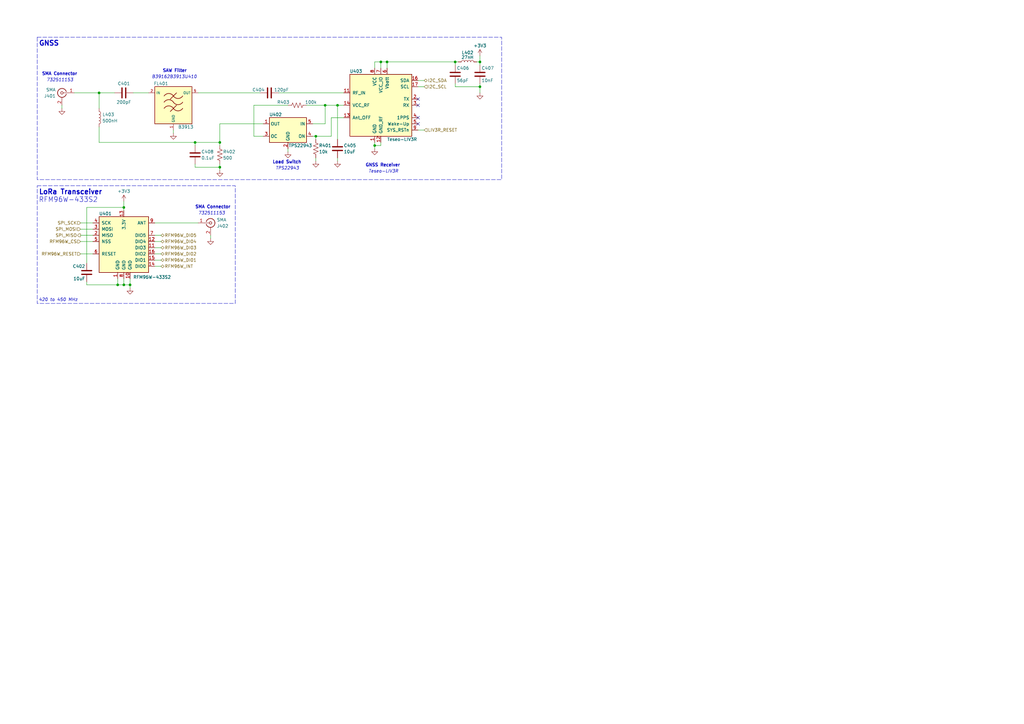
<source format=kicad_sch>
(kicad_sch (version 20230121) (generator eeschema)

  (uuid 25e87aab-0877-4568-a426-1d554c854643)

  (paper "A3")

  (title_block
    (title "MIDAS RF MK1.1")
    (date "2024-09-03")
    (rev "B")
    (company "Illinois Space Society")
    (comment 3 "Quinn Athas")
    (comment 4 "Contributors: Rishi Gottumukkala, Thomas McManamen, Peter Giannetos, Yubo Wu, ")
  )

  (lib_symbols
    (symbol "Connector:Conn_Coaxial" (pin_names (offset 1.016) hide) (in_bom yes) (on_board yes)
      (property "Reference" "J" (at 0.254 3.048 0)
        (effects (font (size 1.27 1.27)))
      )
      (property "Value" "Conn_Coaxial" (at 2.921 0 90)
        (effects (font (size 1.27 1.27)))
      )
      (property "Footprint" "" (at 0 0 0)
        (effects (font (size 1.27 1.27)) hide)
      )
      (property "Datasheet" " ~" (at 0 0 0)
        (effects (font (size 1.27 1.27)) hide)
      )
      (property "ki_keywords" "BNC SMA SMB SMC LEMO coaxial connector CINCH RCA" (at 0 0 0)
        (effects (font (size 1.27 1.27)) hide)
      )
      (property "ki_description" "coaxial connector (BNC, SMA, SMB, SMC, Cinch/RCA, LEMO, ...)" (at 0 0 0)
        (effects (font (size 1.27 1.27)) hide)
      )
      (property "ki_fp_filters" "*BNC* *SMA* *SMB* *SMC* *Cinch* *LEMO*" (at 0 0 0)
        (effects (font (size 1.27 1.27)) hide)
      )
      (symbol "Conn_Coaxial_0_1"
        (arc (start -1.778 -0.508) (mid 0.2311 -1.8066) (end 1.778 0)
          (stroke (width 0.254) (type default))
          (fill (type none))
        )
        (polyline
          (pts
            (xy -2.54 0)
            (xy -0.508 0)
          )
          (stroke (width 0) (type default))
          (fill (type none))
        )
        (polyline
          (pts
            (xy 0 -2.54)
            (xy 0 -1.778)
          )
          (stroke (width 0) (type default))
          (fill (type none))
        )
        (circle (center 0 0) (radius 0.508)
          (stroke (width 0.2032) (type default))
          (fill (type none))
        )
        (arc (start 1.778 0) (mid 0.2099 1.8101) (end -1.778 0.508)
          (stroke (width 0.254) (type default))
          (fill (type none))
        )
      )
      (symbol "Conn_Coaxial_1_1"
        (pin passive line (at -5.08 0 0) (length 2.54)
          (name "In" (effects (font (size 1.27 1.27))))
          (number "1" (effects (font (size 1.27 1.27))))
        )
        (pin passive line (at 0 -5.08 90) (length 2.54)
          (name "Ext" (effects (font (size 1.27 1.27))))
          (number "2" (effects (font (size 1.27 1.27))))
        )
      )
    )
    (symbol "D24V50F5:C" (pin_numbers hide) (pin_names (offset 0.254)) (in_bom yes) (on_board yes)
      (property "Reference" "C" (at 0.635 2.54 0)
        (effects (font (size 1.27 1.27)) (justify left))
      )
      (property "Value" "C" (at 0.635 -2.54 0)
        (effects (font (size 1.27 1.27)) (justify left))
      )
      (property "Footprint" "" (at 0.9652 -3.81 0)
        (effects (font (size 1.27 1.27)) hide)
      )
      (property "Datasheet" "~" (at 0 0 0)
        (effects (font (size 1.27 1.27)) hide)
      )
      (property "ki_keywords" "cap capacitor" (at 0 0 0)
        (effects (font (size 1.27 1.27)) hide)
      )
      (property "ki_description" "Unpolarized capacitor" (at 0 0 0)
        (effects (font (size 1.27 1.27)) hide)
      )
      (property "ki_fp_filters" "C_*" (at 0 0 0)
        (effects (font (size 1.27 1.27)) hide)
      )
      (symbol "C_0_1"
        (polyline
          (pts
            (xy -2.032 -0.762)
            (xy 2.032 -0.762)
          )
          (stroke (width 0.508) (type default))
          (fill (type none))
        )
        (polyline
          (pts
            (xy -2.032 0.762)
            (xy 2.032 0.762)
          )
          (stroke (width 0.508) (type default))
          (fill (type none))
        )
      )
      (symbol "C_1_1"
        (pin passive line (at 0 3.81 270) (length 2.794)
          (name "~" (effects (font (size 1.27 1.27))))
          (number "1" (effects (font (size 1.27 1.27))))
        )
        (pin passive line (at 0 -3.81 90) (length 2.794)
          (name "~" (effects (font (size 1.27 1.27))))
          (number "2" (effects (font (size 1.27 1.27))))
        )
      )
    )
    (symbol "Device:C" (pin_numbers hide) (pin_names (offset 0.254)) (in_bom yes) (on_board yes)
      (property "Reference" "C" (at 0.635 2.54 0)
        (effects (font (size 1.27 1.27)) (justify left))
      )
      (property "Value" "C" (at 0.635 -2.54 0)
        (effects (font (size 1.27 1.27)) (justify left))
      )
      (property "Footprint" "" (at 0.9652 -3.81 0)
        (effects (font (size 1.27 1.27)) hide)
      )
      (property "Datasheet" "~" (at 0 0 0)
        (effects (font (size 1.27 1.27)) hide)
      )
      (property "ki_keywords" "cap capacitor" (at 0 0 0)
        (effects (font (size 1.27 1.27)) hide)
      )
      (property "ki_description" "Unpolarized capacitor" (at 0 0 0)
        (effects (font (size 1.27 1.27)) hide)
      )
      (property "ki_fp_filters" "C_*" (at 0 0 0)
        (effects (font (size 1.27 1.27)) hide)
      )
      (symbol "C_0_1"
        (polyline
          (pts
            (xy -2.032 -0.762)
            (xy 2.032 -0.762)
          )
          (stroke (width 0.508) (type default))
          (fill (type none))
        )
        (polyline
          (pts
            (xy -2.032 0.762)
            (xy 2.032 0.762)
          )
          (stroke (width 0.508) (type default))
          (fill (type none))
        )
      )
      (symbol "C_1_1"
        (pin passive line (at 0 3.81 270) (length 2.794)
          (name "~" (effects (font (size 1.27 1.27))))
          (number "1" (effects (font (size 1.27 1.27))))
        )
        (pin passive line (at 0 -3.81 90) (length 2.794)
          (name "~" (effects (font (size 1.27 1.27))))
          (number "2" (effects (font (size 1.27 1.27))))
        )
      )
    )
    (symbol "Device:L" (pin_numbers hide) (pin_names (offset 1.016) hide) (in_bom yes) (on_board yes)
      (property "Reference" "L" (at -1.27 0 90)
        (effects (font (size 1.27 1.27)))
      )
      (property "Value" "L" (at 1.905 0 90)
        (effects (font (size 1.27 1.27)))
      )
      (property "Footprint" "" (at 0 0 0)
        (effects (font (size 1.27 1.27)) hide)
      )
      (property "Datasheet" "~" (at 0 0 0)
        (effects (font (size 1.27 1.27)) hide)
      )
      (property "ki_keywords" "inductor choke coil reactor magnetic" (at 0 0 0)
        (effects (font (size 1.27 1.27)) hide)
      )
      (property "ki_description" "Inductor" (at 0 0 0)
        (effects (font (size 1.27 1.27)) hide)
      )
      (property "ki_fp_filters" "Choke_* *Coil* Inductor_* L_*" (at 0 0 0)
        (effects (font (size 1.27 1.27)) hide)
      )
      (symbol "L_0_1"
        (arc (start 0 -2.54) (mid 0.6323 -1.905) (end 0 -1.27)
          (stroke (width 0) (type default))
          (fill (type none))
        )
        (arc (start 0 -1.27) (mid 0.6323 -0.635) (end 0 0)
          (stroke (width 0) (type default))
          (fill (type none))
        )
        (arc (start 0 0) (mid 0.6323 0.635) (end 0 1.27)
          (stroke (width 0) (type default))
          (fill (type none))
        )
        (arc (start 0 1.27) (mid 0.6323 1.905) (end 0 2.54)
          (stroke (width 0) (type default))
          (fill (type none))
        )
      )
      (symbol "L_1_1"
        (pin passive line (at 0 3.81 270) (length 1.27)
          (name "1" (effects (font (size 1.27 1.27))))
          (number "1" (effects (font (size 1.27 1.27))))
        )
        (pin passive line (at 0 -3.81 90) (length 1.27)
          (name "2" (effects (font (size 1.27 1.27))))
          (number "2" (effects (font (size 1.27 1.27))))
        )
      )
    )
    (symbol "Device:R_US" (pin_numbers hide) (pin_names (offset 0)) (in_bom yes) (on_board yes)
      (property "Reference" "R" (at 2.54 0 90)
        (effects (font (size 1.27 1.27)))
      )
      (property "Value" "R_US" (at -2.54 0 90)
        (effects (font (size 1.27 1.27)))
      )
      (property "Footprint" "" (at 1.016 -0.254 90)
        (effects (font (size 1.27 1.27)) hide)
      )
      (property "Datasheet" "~" (at 0 0 0)
        (effects (font (size 1.27 1.27)) hide)
      )
      (property "ki_keywords" "R res resistor" (at 0 0 0)
        (effects (font (size 1.27 1.27)) hide)
      )
      (property "ki_description" "Resistor, US symbol" (at 0 0 0)
        (effects (font (size 1.27 1.27)) hide)
      )
      (property "ki_fp_filters" "R_*" (at 0 0 0)
        (effects (font (size 1.27 1.27)) hide)
      )
      (symbol "R_US_0_1"
        (polyline
          (pts
            (xy 0 -2.286)
            (xy 0 -2.54)
          )
          (stroke (width 0) (type default))
          (fill (type none))
        )
        (polyline
          (pts
            (xy 0 2.286)
            (xy 0 2.54)
          )
          (stroke (width 0) (type default))
          (fill (type none))
        )
        (polyline
          (pts
            (xy 0 -0.762)
            (xy 1.016 -1.143)
            (xy 0 -1.524)
            (xy -1.016 -1.905)
            (xy 0 -2.286)
          )
          (stroke (width 0) (type default))
          (fill (type none))
        )
        (polyline
          (pts
            (xy 0 0.762)
            (xy 1.016 0.381)
            (xy 0 0)
            (xy -1.016 -0.381)
            (xy 0 -0.762)
          )
          (stroke (width 0) (type default))
          (fill (type none))
        )
        (polyline
          (pts
            (xy 0 2.286)
            (xy 1.016 1.905)
            (xy 0 1.524)
            (xy -1.016 1.143)
            (xy 0 0.762)
          )
          (stroke (width 0) (type default))
          (fill (type none))
        )
      )
      (symbol "R_US_1_1"
        (pin passive line (at 0 3.81 270) (length 1.27)
          (name "~" (effects (font (size 1.27 1.27))))
          (number "1" (effects (font (size 1.27 1.27))))
        )
        (pin passive line (at 0 -3.81 90) (length 1.27)
          (name "~" (effects (font (size 1.27 1.27))))
          (number "2" (effects (font (size 1.27 1.27))))
        )
      )
    )
    (symbol "RF_Filter_Qualcomm:B3913" (in_bom yes) (on_board yes)
      (property "Reference" "FL" (at -6.35 8.89 0)
        (effects (font (size 1.27 1.27)))
      )
      (property "Value" "B3913" (at 7.62 8.89 0)
        (effects (font (size 1.27 1.27)) (justify right))
      )
      (property "Footprint" "RF_Filter_Qualcomm:Qualcomm_SMD-6" (at 0 -21.59 0)
        (effects (font (size 1.27 1.27)) hide)
      )
      (property "Datasheet" "https://mm.digikey.com/Volume0/opasdata/d220001/medias/docus/4271/B39162B3913U410_DS.pdf" (at 0 -24.13 0)
        (effects (font (size 1.27 1.27)) hide)
      )
      (property "ki_keywords" "SAW RF filter GPS/GLONASS/Galileo Center 1588MHz Qualcomm" (at 0 0 0)
        (effects (font (size 1.27 1.27)) hide)
      )
      (property "ki_description" "SAW RF filter GPS/GLONASS/Galileo Center 1588MHz Qualcomm" (at 0 0 0)
        (effects (font (size 1.27 1.27)) hide)
      )
      (symbol "B3913_0_0"
        (rectangle (start -7.62 7.62) (end 7.62 -7.62)
          (stroke (width 0.254) (type default))
          (fill (type background))
        )
        (pin input line (at -10.16 5.08 0) (length 2.54)
          (name "IN" (effects (font (size 1.016 1.016))))
          (number "2" (effects (font (size 1.016 1.016))))
        )
        (pin output line (at 10.16 5.08 180) (length 2.54)
          (name "OUT" (effects (font (size 1.016 1.016))))
          (number "5" (effects (font (size 1.016 1.016))))
        )
      )
      (symbol "B3913_0_1"
        (arc (start 0 -1.2699) (mid -1.905 -0.2504) (end -3.81 -1.2699)
          (stroke (width 0.254) (type default))
          (fill (type none))
        )
        (arc (start 0 -1.2699) (mid 1.905 -2.2894) (end 3.81 -1.2699)
          (stroke (width 0.254) (type default))
          (fill (type none))
        )
        (polyline
          (pts
            (xy -1.27 -2.5399)
            (xy 1.27 0.0001)
          )
          (stroke (width 0.254) (type default))
          (fill (type none))
        )
        (polyline
          (pts
            (xy -1.27 2.5401)
            (xy 1.27 5.0801)
          )
          (stroke (width 0.254) (type default))
          (fill (type none))
        )
        (arc (start 0 1.2701) (mid -1.905 2.2896) (end -3.81 1.2701)
          (stroke (width 0.254) (type default))
          (fill (type none))
        )
        (arc (start 0 1.2701) (mid 1.905 0.2506) (end 3.81 1.2701)
          (stroke (width 0.254) (type default))
          (fill (type none))
        )
        (arc (start 0 3.8101) (mid -1.905 4.8296) (end -3.81 3.8101)
          (stroke (width 0.254) (type default))
          (fill (type none))
        )
        (arc (start 0 3.8101) (mid 1.905 2.7906) (end 3.81 3.8101)
          (stroke (width 0.254) (type default))
          (fill (type none))
        )
      )
      (symbol "B3913_1_0"
        (pin power_in line (at 0 -10.16 90) (length 2.54)
          (name "GND" (effects (font (size 1.016 1.016))))
          (number "1" (effects (font (size 1.016 1.016))))
        )
        (pin power_in line (at 0 -10.16 90) (length 2.54) hide
          (name "GND" (effects (font (size 1.016 1.016))))
          (number "3" (effects (font (size 1.016 1.016))))
        )
        (pin power_in line (at 0 -10.16 90) (length 2.54) hide
          (name "GND" (effects (font (size 1.016 1.016))))
          (number "4" (effects (font (size 1.016 1.016))))
        )
        (pin power_in line (at 0 -10.16 90) (length 2.54) hide
          (name "GND" (effects (font (size 1.016 1.016))))
          (number "6" (effects (font (size 1.016 1.016))))
        )
      )
    )
    (symbol "RF_GPS_ST:Teseo-LIV3R" (pin_names (offset 1.016)) (in_bom yes) (on_board yes)
      (property "Reference" "U" (at -12.065 14.605 0)
        (effects (font (size 1.27 1.27)))
      )
      (property "Value" "Teseo-LIV3R" (at 10.795 -13.97 0)
        (effects (font (size 1.27 1.27)))
      )
      (property "Footprint" "RF_GPS_ST:Teseo-LIV3R" (at 0 -22.86 0)
        (effects (font (size 1.27 1.27)) (justify bottom) hide)
      )
      (property "Datasheet" "https://www.st.com/resource/en/datasheet/teseo-liv3r.pdf" (at 0 -17.78 0)
        (effects (font (size 1.27 1.27)) hide)
      )
      (property "ki_keywords" "GNSS GPS Module ROM 100km 163 dBm tracking sensitivity 1.5 m CEP ST STMicroelectronics" (at 0 0 0)
        (effects (font (size 1.27 1.27)) hide)
      )
      (property "ki_description" "GNSS Module ROM 100km, 163 dBm tracking sensitivity, 1.5 m CEP ST" (at 0 0 0)
        (effects (font (size 1.27 1.27)) hide)
      )
      (symbol "Teseo-LIV3R_0_0"
        (rectangle (start -12.7 12.7) (end 12.7 -12.7)
          (stroke (width 0.254) (type default))
          (fill (type background))
        )
      )
      (symbol "Teseo-LIV3R_1_0"
        (pin power_in line (at 2.54 -15.24 90) (length 2.54)
          (name "GND" (effects (font (size 1.27 1.27))))
          (number "1" (effects (font (size 1.27 1.27))))
        )
        (pin power_in line (at 0 -15.24 90) (length 2.54) hide
          (name "GND_RF" (effects (font (size 1.27 1.27))))
          (number "10" (effects (font (size 1.27 1.27))))
        )
        (pin input line (at 15.24 5.08 180) (length 2.54)
          (name "RF_IN" (effects (font (size 1.27 1.27))))
          (number "11" (effects (font (size 1.27 1.27))))
        )
        (pin power_in line (at 0 -15.24 90) (length 2.54)
          (name "GND_RF" (effects (font (size 1.27 1.27))))
          (number "12" (effects (font (size 1.27 1.27))))
        )
        (pin output line (at 15.24 -5.08 180) (length 2.54)
          (name "Ant_OFF" (effects (font (size 1.27 1.27))))
          (number "13" (effects (font (size 1.27 1.27))))
        )
        (pin power_out line (at 15.24 0 180) (length 2.54)
          (name "VCC_RF" (effects (font (size 1.27 1.27))))
          (number "14" (effects (font (size 1.27 1.27))))
        )
        (pin no_connect line (at 15.24 -10.16 180) (length 2.54) hide
          (name "Reserved" (effects (font (size 1.27 1.27))))
          (number "15" (effects (font (size 1.27 1.27))))
        )
        (pin bidirectional line (at -15.24 10.16 0) (length 2.54)
          (name "SDA" (effects (font (size 1.27 1.27))))
          (number "16" (effects (font (size 1.27 1.27))))
        )
        (pin input line (at -15.24 7.62 0) (length 2.54)
          (name "SCL" (effects (font (size 1.27 1.27))))
          (number "17" (effects (font (size 1.27 1.27))))
        )
        (pin no_connect line (at 15.24 -10.16 180) (length 2.54) hide
          (name "Reserved" (effects (font (size 1.27 1.27))))
          (number "18" (effects (font (size 1.27 1.27))))
        )
        (pin output line (at -15.24 2.54 0) (length 2.54)
          (name "TX" (effects (font (size 1.27 1.27))))
          (number "2" (effects (font (size 1.27 1.27))))
        )
        (pin input line (at -15.24 0 0) (length 2.54)
          (name "RX" (effects (font (size 1.27 1.27))))
          (number "3" (effects (font (size 1.27 1.27))))
        )
        (pin output line (at -15.24 -5.08 0) (length 2.54)
          (name "1PPS" (effects (font (size 1.27 1.27))))
          (number "4" (effects (font (size 1.27 1.27))))
        )
        (pin input line (at -15.24 -7.62 0) (length 2.54)
          (name "Wake-Up" (effects (font (size 1.27 1.27))))
          (number "5" (effects (font (size 1.27 1.27))))
        )
        (pin power_in line (at -2.54 15.24 270) (length 2.54)
          (name "Vbatt" (effects (font (size 1.27 1.27))))
          (number "6" (effects (font (size 1.27 1.27))))
        )
        (pin power_in line (at 0 15.24 270) (length 2.54)
          (name "VCC_IO" (effects (font (size 1.27 1.27))))
          (number "7" (effects (font (size 1.27 1.27))))
        )
        (pin power_in line (at 2.54 15.24 270) (length 2.54)
          (name "VCC" (effects (font (size 1.27 1.27))))
          (number "8" (effects (font (size 1.27 1.27))))
        )
        (pin input line (at -15.24 -10.16 0) (length 2.54)
          (name "SYS_RSTn" (effects (font (size 1.27 1.27))))
          (number "9" (effects (font (size 1.27 1.27))))
        )
      )
    )
    (symbol "RF_Module:RFM96W-433S2" (pin_names (offset 1.016)) (in_bom yes) (on_board yes)
      (property "Reference" "U" (at -10.414 11.684 0)
        (effects (font (size 1.27 1.27)) (justify left))
      )
      (property "Value" "RFM96W-433S2" (at 1.524 11.43 0)
        (effects (font (size 1.27 1.27)) (justify left))
      )
      (property "Footprint" "" (at -83.82 41.91 0)
        (effects (font (size 1.27 1.27)) hide)
      )
      (property "Datasheet" "https://www.hoperf.com/data/upload/portal/20181127/5bfcc0ac60235.pdf" (at -83.82 41.91 0)
        (effects (font (size 1.27 1.27)) hide)
      )
      (property "ki_keywords" "Low power long range transceiver module" (at 0 0 0)
        (effects (font (size 1.27 1.27)) hide)
      )
      (property "ki_description" "Low power long range transceiver module, SPI and parallel interface, 433 MHz, spreading factor 6 to12, bandwidth 7.8 to 500kHz, -111 to -148 dBm, SMD-16, DIP-16" (at 0 0 0)
        (effects (font (size 1.27 1.27)) hide)
      )
      (property "ki_fp_filters" "HOPERF*RFM9XW*" (at 0 0 0)
        (effects (font (size 1.27 1.27)) hide)
      )
      (symbol "RFM96W-433S2_0_1"
        (rectangle (start -10.16 10.16) (end 10.16 -12.7)
          (stroke (width 0.254) (type default))
          (fill (type background))
        )
      )
      (symbol "RFM96W-433S2_1_1"
        (pin power_in line (at -2.54 -15.24 90) (length 2.54)
          (name "GND" (effects (font (size 1.27 1.27))))
          (number "1" (effects (font (size 1.27 1.27))))
        )
        (pin power_in line (at 2.54 -15.24 90) (length 2.54)
          (name "GND" (effects (font (size 1.27 1.27))))
          (number "10" (effects (font (size 1.27 1.27))))
        )
        (pin bidirectional line (at 12.7 -2.54 180) (length 2.54)
          (name "DIO3" (effects (font (size 1.27 1.27))))
          (number "11" (effects (font (size 1.27 1.27))))
        )
        (pin bidirectional line (at 12.7 0 180) (length 2.54)
          (name "DIO4" (effects (font (size 1.27 1.27))))
          (number "12" (effects (font (size 1.27 1.27))))
        )
        (pin power_in line (at 0 12.7 270) (length 2.54)
          (name "3.3V" (effects (font (size 1.27 1.27))))
          (number "13" (effects (font (size 1.27 1.27))))
        )
        (pin bidirectional line (at 12.7 -10.16 180) (length 2.54)
          (name "DIO0" (effects (font (size 1.27 1.27))))
          (number "14" (effects (font (size 1.27 1.27))))
        )
        (pin bidirectional line (at 12.7 -7.62 180) (length 2.54)
          (name "DIO1" (effects (font (size 1.27 1.27))))
          (number "15" (effects (font (size 1.27 1.27))))
        )
        (pin bidirectional line (at 12.7 -5.08 180) (length 2.54)
          (name "DIO2" (effects (font (size 1.27 1.27))))
          (number "16" (effects (font (size 1.27 1.27))))
        )
        (pin output line (at -12.7 2.54 0) (length 2.54)
          (name "MISO" (effects (font (size 1.27 1.27))))
          (number "2" (effects (font (size 1.27 1.27))))
        )
        (pin input line (at -12.7 5.08 0) (length 2.54)
          (name "MOSI" (effects (font (size 1.27 1.27))))
          (number "3" (effects (font (size 1.27 1.27))))
        )
        (pin input line (at -12.7 7.62 0) (length 2.54)
          (name "SCK" (effects (font (size 1.27 1.27))))
          (number "4" (effects (font (size 1.27 1.27))))
        )
        (pin input line (at -12.7 0 0) (length 2.54)
          (name "NSS" (effects (font (size 1.27 1.27))))
          (number "5" (effects (font (size 1.27 1.27))))
        )
        (pin bidirectional line (at -12.7 -5.08 0) (length 2.54)
          (name "RESET" (effects (font (size 1.27 1.27))))
          (number "6" (effects (font (size 1.27 1.27))))
        )
        (pin bidirectional line (at 12.7 2.54 180) (length 2.54)
          (name "DIO5" (effects (font (size 1.27 1.27))))
          (number "7" (effects (font (size 1.27 1.27))))
        )
        (pin power_in line (at 0 -15.24 90) (length 2.54)
          (name "GND" (effects (font (size 1.27 1.27))))
          (number "8" (effects (font (size 1.27 1.27))))
        )
        (pin bidirectional line (at 12.7 7.62 180) (length 2.54)
          (name "ANT" (effects (font (size 1.27 1.27))))
          (number "9" (effects (font (size 1.27 1.27))))
        )
      )
    )
    (symbol "Switch_Texas:TPS22943" (in_bom yes) (on_board yes)
      (property "Reference" "U" (at -6.35 6.35 0)
        (effects (font (size 1.27 1.27)))
      )
      (property "Value" "TPS22943" (at 6.35 -6.35 0)
        (effects (font (size 1.27 1.27)))
      )
      (property "Footprint" "Package_TO_SOT_SMD:SOT-353_SC-70-5" (at 1.27 -19.05 0)
        (effects (font (size 1.27 1.27)) hide)
      )
      (property "Datasheet" "https://www.ti.com/lit/gpn/tps22943" (at 0 -21.59 0)
        (effects (font (size 1.27 1.27)) hide)
      )
      (property "ki_keywords" "TPS22943 Load Switch" (at 0 0 0)
        (effects (font (size 1.27 1.27)) hide)
      )
      (property "ki_description" "Load switch with current limit and active high enable" (at 0 0 0)
        (effects (font (size 1.27 1.27)) hide)
      )
      (property "ki_fp_filters" "SOT?23*" (at 0 0 0)
        (effects (font (size 1.27 1.27)) hide)
      )
      (symbol "TPS22943_0_1"
        (rectangle (start -7.62 5.08) (end 7.62 -5.08)
          (stroke (width 0.254) (type default))
          (fill (type background))
        )
      )
      (symbol "TPS22943_1_1"
        (pin power_out line (at 10.16 2.54 180) (length 2.54)
          (name "OUT" (effects (font (size 1.27 1.27))))
          (number "1" (effects (font (size 1.27 1.27))))
        )
        (pin power_in line (at 0 -7.62 90) (length 2.54)
          (name "GND" (effects (font (size 1.27 1.27))))
          (number "2" (effects (font (size 1.27 1.27))))
        )
        (pin output line (at 10.16 -2.54 180) (length 2.54)
          (name "OC" (effects (font (size 1.27 1.27))))
          (number "3" (effects (font (size 1.27 1.27))))
        )
        (pin input line (at -10.16 -2.54 0) (length 2.54)
          (name "ON" (effects (font (size 1.27 1.27))))
          (number "4" (effects (font (size 1.27 1.27))))
        )
        (pin power_in line (at -10.16 2.54 0) (length 2.54)
          (name "IN" (effects (font (size 1.27 1.27))))
          (number "5" (effects (font (size 1.27 1.27))))
        )
      )
    )
    (symbol "power:+3V3" (power) (pin_names (offset 0)) (in_bom yes) (on_board yes)
      (property "Reference" "#PWR" (at 0 -3.81 0)
        (effects (font (size 1.27 1.27)) hide)
      )
      (property "Value" "+3V3" (at 0 3.556 0)
        (effects (font (size 1.27 1.27)))
      )
      (property "Footprint" "" (at 0 0 0)
        (effects (font (size 1.27 1.27)) hide)
      )
      (property "Datasheet" "" (at 0 0 0)
        (effects (font (size 1.27 1.27)) hide)
      )
      (property "ki_keywords" "global power" (at 0 0 0)
        (effects (font (size 1.27 1.27)) hide)
      )
      (property "ki_description" "Power symbol creates a global label with name \"+3V3\"" (at 0 0 0)
        (effects (font (size 1.27 1.27)) hide)
      )
      (symbol "+3V3_0_1"
        (polyline
          (pts
            (xy -0.762 1.27)
            (xy 0 2.54)
          )
          (stroke (width 0) (type default))
          (fill (type none))
        )
        (polyline
          (pts
            (xy 0 0)
            (xy 0 2.54)
          )
          (stroke (width 0) (type default))
          (fill (type none))
        )
        (polyline
          (pts
            (xy 0 2.54)
            (xy 0.762 1.27)
          )
          (stroke (width 0) (type default))
          (fill (type none))
        )
      )
      (symbol "+3V3_1_1"
        (pin power_in line (at 0 0 90) (length 0) hide
          (name "+3V3" (effects (font (size 1.27 1.27))))
          (number "1" (effects (font (size 1.27 1.27))))
        )
      )
    )
    (symbol "power:GND" (power) (pin_names (offset 0)) (in_bom yes) (on_board yes)
      (property "Reference" "#PWR" (at 0 -6.35 0)
        (effects (font (size 1.27 1.27)) hide)
      )
      (property "Value" "GND" (at 0 -3.81 0)
        (effects (font (size 1.27 1.27)))
      )
      (property "Footprint" "" (at 0 0 0)
        (effects (font (size 1.27 1.27)) hide)
      )
      (property "Datasheet" "" (at 0 0 0)
        (effects (font (size 1.27 1.27)) hide)
      )
      (property "ki_keywords" "global power" (at 0 0 0)
        (effects (font (size 1.27 1.27)) hide)
      )
      (property "ki_description" "Power symbol creates a global label with name \"GND\" , ground" (at 0 0 0)
        (effects (font (size 1.27 1.27)) hide)
      )
      (symbol "GND_0_1"
        (polyline
          (pts
            (xy 0 0)
            (xy 0 -1.27)
            (xy 1.27 -1.27)
            (xy 0 -2.54)
            (xy -1.27 -1.27)
            (xy 0 -1.27)
          )
          (stroke (width 0) (type default))
          (fill (type none))
        )
      )
      (symbol "GND_1_1"
        (pin power_in line (at 0 0 270) (length 0) hide
          (name "GND" (effects (font (size 1.27 1.27))))
          (number "1" (effects (font (size 1.27 1.27))))
        )
      )
    )
  )

  (junction (at 80.01 58.42) (diameter 0) (color 0 0 0 0)
    (uuid 024124bd-f62b-4706-9e7b-7ccac667dc00)
  )
  (junction (at 158.75 25.4) (diameter 0) (color 0 0 0 0)
    (uuid 090a6cb9-6d4a-4854-a20a-2c2732df7054)
  )
  (junction (at 50.8 116.84) (diameter 0) (color 0 0 0 0)
    (uuid 0ba13694-939c-4532-9187-4742aa17f50e)
  )
  (junction (at 129.54 55.88) (diameter 0) (color 0 0 0 0)
    (uuid 26005a38-f162-4073-ba40-12633c1923cb)
  )
  (junction (at 40.64 38.1) (diameter 0) (color 0 0 0 0)
    (uuid 3f3abba6-4f03-4574-85d5-af9f884ee059)
  )
  (junction (at 48.26 116.84) (diameter 0) (color 0 0 0 0)
    (uuid 6132ba98-10d2-46e9-8a75-37908c3d83cb)
  )
  (junction (at 90.17 58.42) (diameter 0) (color 0 0 0 0)
    (uuid 6d48f0bf-da13-407d-ac51-7f24006086e4)
  )
  (junction (at 50.8 85.09) (diameter 0) (color 0 0 0 0)
    (uuid 6ff050e2-fdb7-40da-a6c9-d93cbfc16d46)
  )
  (junction (at 196.85 25.4) (diameter 0) (color 0 0 0 0)
    (uuid 76866073-c301-47a5-a290-a8f9c9921380)
  )
  (junction (at 138.43 43.18) (diameter 0) (color 0 0 0 0)
    (uuid 81d330e2-15f6-436c-8ab4-806529c9e299)
  )
  (junction (at 133.35 43.18) (diameter 0) (color 0 0 0 0)
    (uuid 85989c1d-a237-4f00-86b1-e5f3427966fb)
  )
  (junction (at 153.67 59.69) (diameter 0) (color 0 0 0 0)
    (uuid 8ad7099c-ef57-4e2f-9c77-d4bc9af13d59)
  )
  (junction (at 90.17 68.58) (diameter 0) (color 0 0 0 0)
    (uuid 8f56bb10-b452-4370-aab8-ef4b21daa766)
  )
  (junction (at 156.21 25.4) (diameter 0) (color 0 0 0 0)
    (uuid a9b13e46-2f85-4e8a-805c-53976fd75c88)
  )
  (junction (at 196.85 35.56) (diameter 0) (color 0 0 0 0)
    (uuid d0c4325c-970e-4ab3-beec-4f9d644566d5)
  )
  (junction (at 53.34 116.84) (diameter 0) (color 0 0 0 0)
    (uuid f851b4d0-1fe9-4430-98c8-ff0cf3ffa95b)
  )
  (junction (at 186.69 25.4) (diameter 0) (color 0 0 0 0)
    (uuid f96cc8cc-ce3d-4daa-93da-bf626e2719bd)
  )

  (no_connect (at 171.45 48.26) (uuid 1e44f6a7-1fb4-44e2-8f15-236bce9aa898))
  (no_connect (at 171.45 43.18) (uuid 6c83b8ca-f50c-4bdf-9702-1f599c997f96))
  (no_connect (at 171.45 50.8) (uuid ad9112ad-e23c-45f6-bd99-717d6cd4a26f))
  (no_connect (at 171.45 40.64) (uuid b14df118-85a9-408a-8098-487c2b74a401))

  (wire (pts (xy 35.56 85.09) (xy 50.8 85.09))
    (stroke (width 0) (type default))
    (uuid 03087d76-77f1-441e-b954-9768bfde7810)
  )
  (wire (pts (xy 153.67 59.69) (xy 153.67 60.96))
    (stroke (width 0) (type default))
    (uuid 06f89051-9556-4821-9f18-ade0e598e1dc)
  )
  (wire (pts (xy 156.21 59.69) (xy 156.21 58.42))
    (stroke (width 0) (type default))
    (uuid 079c0b26-b7dc-4f6b-b5be-e33cb2783749)
  )
  (wire (pts (xy 196.85 25.4) (xy 195.58 25.4))
    (stroke (width 0) (type default))
    (uuid 0a99bfae-ac2e-4095-a01e-eb14597ae6fa)
  )
  (wire (pts (xy 107.95 55.88) (xy 104.14 55.88))
    (stroke (width 0) (type default))
    (uuid 0afe87e2-4017-4b9f-925f-1736ed5d3b3c)
  )
  (wire (pts (xy 63.5 109.22) (xy 66.04 109.22))
    (stroke (width 0) (type default))
    (uuid 0f4f4dd6-1e93-400f-9ebf-c53a5f9a105f)
  )
  (wire (pts (xy 138.43 66.04) (xy 138.43 64.77))
    (stroke (width 0) (type default))
    (uuid 16a7722a-1228-4b65-802a-5a6867901310)
  )
  (wire (pts (xy 50.8 85.09) (xy 50.8 86.36))
    (stroke (width 0) (type default))
    (uuid 1bcd572d-f1ea-4723-a50f-d4a0e0e53bf6)
  )
  (wire (pts (xy 114.3 38.1) (xy 140.97 38.1))
    (stroke (width 0) (type default))
    (uuid 25415565-3c25-453b-bdd7-8ef6d7b879e3)
  )
  (wire (pts (xy 48.26 116.84) (xy 50.8 116.84))
    (stroke (width 0) (type default))
    (uuid 25a2b644-a177-435c-9882-4ba7fee900fe)
  )
  (wire (pts (xy 86.36 96.52) (xy 86.36 97.79))
    (stroke (width 0) (type default))
    (uuid 2849c13f-74d0-4cf8-98db-d5b3e72362c5)
  )
  (wire (pts (xy 25.4 43.18) (xy 25.4 44.45))
    (stroke (width 0) (type default))
    (uuid 2aff4f09-ae1c-4859-9e98-7d776910f2f1)
  )
  (wire (pts (xy 80.01 58.42) (xy 90.17 58.42))
    (stroke (width 0) (type default))
    (uuid 2d033d34-c2ae-4432-aab9-24dca9f1f087)
  )
  (wire (pts (xy 50.8 82.55) (xy 50.8 85.09))
    (stroke (width 0) (type default))
    (uuid 2dd2bf80-3bef-4dd6-be01-85a0f8aefabb)
  )
  (wire (pts (xy 173.99 35.56) (xy 171.45 35.56))
    (stroke (width 0) (type default))
    (uuid 366e6c32-cbcb-4919-8d16-e86ab298eed1)
  )
  (wire (pts (xy 153.67 58.42) (xy 153.67 59.69))
    (stroke (width 0) (type default))
    (uuid 3efbca2a-7b1b-4c95-bcbb-b92e115bf088)
  )
  (wire (pts (xy 156.21 25.4) (xy 156.21 27.94))
    (stroke (width 0) (type default))
    (uuid 4276e03b-3454-41a0-8297-c704f2dd628d)
  )
  (wire (pts (xy 129.54 57.15) (xy 129.54 55.88))
    (stroke (width 0) (type default))
    (uuid 435a7dbd-651d-4822-b334-8eed4c16e5e0)
  )
  (wire (pts (xy 50.8 114.3) (xy 50.8 116.84))
    (stroke (width 0) (type default))
    (uuid 486d7c56-1775-47ae-baf3-54399d3ebb13)
  )
  (wire (pts (xy 63.5 96.52) (xy 66.04 96.52))
    (stroke (width 0) (type default))
    (uuid 498b33d2-8450-40ed-ab7e-f5fc4d39daa5)
  )
  (wire (pts (xy 158.75 25.4) (xy 158.75 27.94))
    (stroke (width 0) (type default))
    (uuid 4a38a4fa-f94f-4df1-8ab0-6aa645b90beb)
  )
  (wire (pts (xy 196.85 22.86) (xy 196.85 25.4))
    (stroke (width 0) (type default))
    (uuid 4dc93374-de5c-4827-8996-5f690841ee95)
  )
  (wire (pts (xy 63.5 104.14) (xy 66.04 104.14))
    (stroke (width 0) (type default))
    (uuid 50e7d98d-37e9-4fb9-be3c-68acfb88729f)
  )
  (wire (pts (xy 90.17 68.58) (xy 80.01 68.58))
    (stroke (width 0) (type default))
    (uuid 5c6346f8-19df-4195-81a7-ca009c52dcc5)
  )
  (wire (pts (xy 133.35 43.18) (xy 133.35 50.8))
    (stroke (width 0) (type default))
    (uuid 6059ab74-f9f0-40a3-a4c4-24cce71b1886)
  )
  (wire (pts (xy 63.5 91.44) (xy 81.28 91.44))
    (stroke (width 0) (type default))
    (uuid 61230c4b-42d4-4916-b248-0672e4717d6c)
  )
  (wire (pts (xy 33.02 104.14) (xy 38.1 104.14))
    (stroke (width 0) (type default))
    (uuid 63d82eec-2d08-48d2-ab36-42b9fbded041)
  )
  (wire (pts (xy 38.1 91.44) (xy 33.02 91.44))
    (stroke (width 0) (type default))
    (uuid 6721879f-574e-4b66-9ecd-a2487d72ceed)
  )
  (wire (pts (xy 63.5 106.68) (xy 66.04 106.68))
    (stroke (width 0) (type default))
    (uuid 686e5b7e-966a-442d-8a93-853d103be033)
  )
  (wire (pts (xy 186.69 34.29) (xy 186.69 35.56))
    (stroke (width 0) (type default))
    (uuid 693e52a5-cc09-4445-99fc-f2e86ea89685)
  )
  (wire (pts (xy 129.54 55.88) (xy 128.27 55.88))
    (stroke (width 0) (type default))
    (uuid 6d0c8da5-fdd8-4bc4-9d7b-4ef8127622f6)
  )
  (wire (pts (xy 153.67 27.94) (xy 153.67 25.4))
    (stroke (width 0) (type default))
    (uuid 703a33f6-86ff-4cde-ab54-c3785cd3e5d9)
  )
  (wire (pts (xy 40.64 58.42) (xy 80.01 58.42))
    (stroke (width 0) (type default))
    (uuid 79545e96-8c47-4944-bb02-1db9d0df9438)
  )
  (wire (pts (xy 135.89 48.26) (xy 135.89 55.88))
    (stroke (width 0) (type default))
    (uuid 79cd62cf-3f06-4dd5-ba2b-a707f2b9446e)
  )
  (wire (pts (xy 90.17 67.31) (xy 90.17 68.58))
    (stroke (width 0) (type default))
    (uuid 7a727292-1408-4cb2-b6dc-fe98af06db33)
  )
  (wire (pts (xy 138.43 43.18) (xy 140.97 43.18))
    (stroke (width 0) (type default))
    (uuid 7b3d8cd8-c5f3-41b7-aeb7-61a89f9baabd)
  )
  (wire (pts (xy 104.14 43.18) (xy 118.11 43.18))
    (stroke (width 0) (type default))
    (uuid 8d6bbb43-78da-4b37-9322-97047c0c722e)
  )
  (wire (pts (xy 125.73 43.18) (xy 133.35 43.18))
    (stroke (width 0) (type default))
    (uuid 8e14cabf-c6d7-4f14-b424-85b4743a20bd)
  )
  (wire (pts (xy 138.43 43.18) (xy 133.35 43.18))
    (stroke (width 0) (type default))
    (uuid 8e8f9fb6-121b-43fb-8410-b26982a41ff1)
  )
  (wire (pts (xy 40.64 44.45) (xy 40.64 38.1))
    (stroke (width 0) (type default))
    (uuid 947ba8ba-1e2c-4b32-ae09-bcdf2a4c5ef2)
  )
  (wire (pts (xy 173.99 53.34) (xy 171.45 53.34))
    (stroke (width 0) (type default))
    (uuid 9623c725-45cd-40ad-a5b8-35b2ede7add7)
  )
  (wire (pts (xy 138.43 43.18) (xy 138.43 57.15))
    (stroke (width 0) (type default))
    (uuid 974fc1bb-059a-4f3c-973f-57c8db0d0202)
  )
  (wire (pts (xy 48.26 114.3) (xy 48.26 116.84))
    (stroke (width 0) (type default))
    (uuid 99f95a07-5dfb-4781-96e5-4dbd26bc62ef)
  )
  (wire (pts (xy 80.01 68.58) (xy 80.01 67.31))
    (stroke (width 0) (type default))
    (uuid a0ea0c73-75ec-48d2-92db-886a1d14a9a1)
  )
  (wire (pts (xy 35.56 115.57) (xy 35.56 116.84))
    (stroke (width 0) (type default))
    (uuid a3726591-fdd7-4166-9e6a-ddbca6ec43d7)
  )
  (wire (pts (xy 187.96 25.4) (xy 186.69 25.4))
    (stroke (width 0) (type default))
    (uuid a6c344cf-1540-4900-a111-796bb3b7085f)
  )
  (wire (pts (xy 53.34 116.84) (xy 53.34 118.11))
    (stroke (width 0) (type default))
    (uuid a9be0391-c047-4fb5-bdc4-2a7290be3f52)
  )
  (wire (pts (xy 63.5 99.06) (xy 66.04 99.06))
    (stroke (width 0) (type default))
    (uuid aca21158-f4bb-4848-90e4-456754c603b4)
  )
  (wire (pts (xy 158.75 25.4) (xy 186.69 25.4))
    (stroke (width 0) (type default))
    (uuid acf8d9ae-5d1f-4e59-9a72-112997c27bde)
  )
  (wire (pts (xy 153.67 59.69) (xy 156.21 59.69))
    (stroke (width 0) (type default))
    (uuid aef9dc3c-5dfe-4208-8ef1-b32ea5e5e499)
  )
  (wire (pts (xy 33.02 93.98) (xy 38.1 93.98))
    (stroke (width 0) (type default))
    (uuid af9768ec-2622-451d-ab48-84b2b3b510c1)
  )
  (wire (pts (xy 90.17 58.42) (xy 90.17 50.8))
    (stroke (width 0) (type default))
    (uuid b8bde4c6-0707-4201-b43a-1b500388e6e6)
  )
  (wire (pts (xy 71.12 53.34) (xy 71.12 54.61))
    (stroke (width 0) (type default))
    (uuid bb369347-ad9a-4696-85b7-c04ce549efd8)
  )
  (wire (pts (xy 135.89 55.88) (xy 129.54 55.88))
    (stroke (width 0) (type default))
    (uuid bcca3e0a-a581-4517-9061-2d51bb77a024)
  )
  (wire (pts (xy 186.69 35.56) (xy 196.85 35.56))
    (stroke (width 0) (type default))
    (uuid bcdb43bb-ad00-4eb2-a329-3448ee1f4883)
  )
  (wire (pts (xy 90.17 69.85) (xy 90.17 68.58))
    (stroke (width 0) (type default))
    (uuid bdb21b33-4932-4115-acca-86c8ee08d292)
  )
  (wire (pts (xy 196.85 26.67) (xy 196.85 25.4))
    (stroke (width 0) (type default))
    (uuid bfc8c296-b70b-425f-8362-5539dabb1d88)
  )
  (wire (pts (xy 156.21 25.4) (xy 158.75 25.4))
    (stroke (width 0) (type default))
    (uuid c2e6ca1b-5e20-436a-9e19-1d4f403e8d29)
  )
  (wire (pts (xy 129.54 66.04) (xy 129.54 64.77))
    (stroke (width 0) (type default))
    (uuid c606947d-270c-432d-ac67-cf86328a9fd6)
  )
  (wire (pts (xy 196.85 34.29) (xy 196.85 35.56))
    (stroke (width 0) (type default))
    (uuid ca3fac8b-75ff-49e8-9fe0-a8c80f78bd5a)
  )
  (wire (pts (xy 135.89 48.26) (xy 140.97 48.26))
    (stroke (width 0) (type default))
    (uuid cd8ff9e9-3f33-4633-aad5-ada9b526fc05)
  )
  (wire (pts (xy 133.35 50.8) (xy 128.27 50.8))
    (stroke (width 0) (type default))
    (uuid d30ed44a-6af5-4fdc-919a-07abe8db1167)
  )
  (wire (pts (xy 48.26 116.84) (xy 35.56 116.84))
    (stroke (width 0) (type default))
    (uuid d73b0ea6-007b-49a8-b23d-1c0028b7b950)
  )
  (wire (pts (xy 173.99 33.02) (xy 171.45 33.02))
    (stroke (width 0) (type default))
    (uuid d9592345-ae1f-4e25-a09c-73fac73d452d)
  )
  (wire (pts (xy 54.61 38.1) (xy 60.96 38.1))
    (stroke (width 0) (type default))
    (uuid d97f5b32-0c6f-477f-afaf-5216ab34620b)
  )
  (wire (pts (xy 90.17 58.42) (xy 90.17 59.69))
    (stroke (width 0) (type default))
    (uuid dad4e812-cf45-4f0a-9ad0-b9a4f029de94)
  )
  (wire (pts (xy 186.69 26.67) (xy 186.69 25.4))
    (stroke (width 0) (type default))
    (uuid de9aab0f-ce5e-47f1-85dd-42c711a2f62e)
  )
  (wire (pts (xy 38.1 96.52) (xy 33.02 96.52))
    (stroke (width 0) (type default))
    (uuid dfbe2a81-1009-47cb-87e7-21406f233c2a)
  )
  (wire (pts (xy 104.14 55.88) (xy 104.14 43.18))
    (stroke (width 0) (type default))
    (uuid e06a5024-98ec-48e2-9aca-ad559c3c2229)
  )
  (wire (pts (xy 35.56 85.09) (xy 35.56 107.95))
    (stroke (width 0) (type default))
    (uuid e1b4464e-f3ab-446f-963c-19d2bd84211b)
  )
  (wire (pts (xy 30.48 38.1) (xy 40.64 38.1))
    (stroke (width 0) (type default))
    (uuid e2ab8a61-a8da-416f-8405-01c75c96a4ab)
  )
  (wire (pts (xy 196.85 35.56) (xy 196.85 38.1))
    (stroke (width 0) (type default))
    (uuid e322bba6-5fdb-4fa6-8833-2959c7916b7c)
  )
  (wire (pts (xy 40.64 38.1) (xy 46.99 38.1))
    (stroke (width 0) (type default))
    (uuid e64e35cb-3216-453d-a840-6e77100e172d)
  )
  (wire (pts (xy 80.01 58.42) (xy 80.01 59.69))
    (stroke (width 0) (type default))
    (uuid e6a92e68-ac48-4f1d-a691-10b4739360ca)
  )
  (wire (pts (xy 53.34 114.3) (xy 53.34 116.84))
    (stroke (width 0) (type default))
    (uuid e8e65ac6-294d-4151-a30b-66269e619ab0)
  )
  (wire (pts (xy 81.28 38.1) (xy 106.68 38.1))
    (stroke (width 0) (type default))
    (uuid e8ed48a2-43b8-4446-bbdb-992c90cf016a)
  )
  (wire (pts (xy 53.34 116.84) (xy 50.8 116.84))
    (stroke (width 0) (type default))
    (uuid ea77b7fb-4156-46d9-b022-ecf333ffa282)
  )
  (wire (pts (xy 33.02 99.06) (xy 38.1 99.06))
    (stroke (width 0) (type default))
    (uuid f02f9786-3cbb-41aa-843d-90d1ff5e4ce9)
  )
  (wire (pts (xy 63.5 101.6) (xy 66.04 101.6))
    (stroke (width 0) (type default))
    (uuid f0dfab15-0f8d-48c8-a2c8-b8f7e8edcada)
  )
  (wire (pts (xy 90.17 50.8) (xy 107.95 50.8))
    (stroke (width 0) (type default))
    (uuid f5cf58b8-1ac9-418d-b8ca-fa2c0e3c5e7b)
  )
  (wire (pts (xy 40.64 52.07) (xy 40.64 58.42))
    (stroke (width 0) (type default))
    (uuid f8835825-3afd-4e61-af67-efcf487b357f)
  )
  (wire (pts (xy 118.11 60.96) (xy 118.11 62.23))
    (stroke (width 0) (type default))
    (uuid f98c00db-3c9b-470c-b277-cbbcb6c2b061)
  )
  (wire (pts (xy 153.67 25.4) (xy 156.21 25.4))
    (stroke (width 0) (type default))
    (uuid fa74fcdb-6957-450b-9b2b-d9f49c17a001)
  )

  (rectangle (start 15.24 15.24) (end 205.74 73.66)
    (stroke (width 0) (type dash))
    (fill (type none))
    (uuid 5195dd94-171b-4968-af71-a2db014a63cf)
  )
  (rectangle (start 15.24 76.2) (end 96.52 124.46)
    (stroke (width 0) (type dash))
    (fill (type none))
    (uuid 6915261c-03c5-4467-ac98-26f5f3ec1b57)
  )

  (text "732511153" (at 81.28 88.265 0)
    (effects (font (size 1.27 1.27) italic) (justify left bottom))
    (uuid 05e009ee-88e7-4a6c-a86d-dfb84e4731c4)
  )
  (text "GNSS Receiver" (at 149.86 68.58 0)
    (effects (font (size 1.27 1.27) (thickness 0.254) bold) (justify left bottom))
    (uuid 0df42b13-7613-46cc-b352-73875d61cf7e)
  )
  (text "B39162B3913U410" (at 62.23 32.385 0)
    (effects (font (size 1.27 1.27) italic) (justify left bottom))
    (uuid 1b2d2a9f-4b62-489c-9442-0e9b588a3be9)
  )
  (text "SAW Filter" (at 66.675 29.845 0)
    (effects (font (size 1.27 1.27) (thickness 0.254) bold) (justify left bottom))
    (uuid 1ce9693c-ad4e-4b3a-afb8-e00c3d81d8e8)
  )
  (text "TPS22943" (at 113.03 69.85 0)
    (effects (font (size 1.27 1.27) italic) (justify left bottom))
    (uuid 30457cf4-4258-4d53-ae58-f987dac328e1)
  )
  (text "SMA Connector" (at 17.145 31.115 0)
    (effects (font (size 1.27 1.27) (thickness 0.254) bold) (justify left bottom))
    (uuid 56389be7-80ad-47f7-8913-3b7cb3d4e502)
  )
  (text "SMA Connector" (at 80.01 85.725 0)
    (effects (font (size 1.27 1.27) (thickness 0.254) bold) (justify left bottom))
    (uuid 82126412-fb72-4941-8f36-37527d099bcd)
  )
  (text "Load Switch" (at 111.76 67.31 0)
    (effects (font (size 1.27 1.27) (thickness 0.254) bold) (justify left bottom))
    (uuid ae908e9f-1d60-40b2-b079-6b55e19c6471)
  )
  (text "LoRa Transceiver" (at 15.875 80.01 0)
    (effects (font (size 2 2) bold) (justify left bottom))
    (uuid af25d519-adef-44dc-a2ed-dbaf49763b6d)
  )
  (text "Teseo-LIV3R" (at 151.13 71.12 0)
    (effects (font (size 1.27 1.27) italic) (justify left bottom))
    (uuid af32de1a-6ca5-4081-b44e-0138c971f6c3)
  )
  (text "732511153" (at 19.05 33.655 0)
    (effects (font (size 1.27 1.27) italic) (justify left bottom))
    (uuid bd5c4ecf-0e7a-4a4d-b5cb-6e1b097bec4a)
  )
  (text "420 to 450 MHz" (at 15.875 123.825 0)
    (effects (font (size 1.27 1.27) italic) (justify left bottom))
    (uuid d8ed3f7e-746f-4fad-9a8c-5ad279ca163b)
  )
  (text "RFM96W-433S2" (at 15.875 83.185 0)
    (effects (font (size 2 2)) (justify left bottom))
    (uuid ec32ab69-6d59-4eb3-a6d5-c44836ee38a2)
  )
  (text "GNSS" (at 15.875 19.05 0)
    (effects (font (size 2 2) (thickness 0.4) bold) (justify left bottom))
    (uuid ee8e7161-24c7-4c08-9c06-67a989244598)
  )

  (hierarchical_label "RFM96W_DI02" (shape bidirectional) (at 66.04 104.14 0) (fields_autoplaced)
    (effects (font (size 1.27 1.27)) (justify left))
    (uuid 3b73e381-001c-45b5-ab53-e38d474c348c)
  )
  (hierarchical_label "I2C_SCL" (shape input) (at 173.99 35.56 0) (fields_autoplaced)
    (effects (font (size 1.27 1.27)) (justify left))
    (uuid 3e6bfd3e-bb18-466e-9105-62dec4051aa1)
  )
  (hierarchical_label "SPI_MOSI" (shape input) (at 33.02 93.98 180) (fields_autoplaced)
    (effects (font (size 1.27 1.27)) (justify right))
    (uuid 41728ad6-ea12-4b4b-9513-e5600a62f429)
  )
  (hierarchical_label "LIV3R_RESET" (shape input) (at 173.99 53.34 0) (fields_autoplaced)
    (effects (font (size 1.27 1.27)) (justify left))
    (uuid 652e7f3f-7a5e-4c14-ad8a-fe355824bb11)
  )
  (hierarchical_label "RFM96W_CS" (shape input) (at 33.02 99.06 180) (fields_autoplaced)
    (effects (font (size 1.27 1.27)) (justify right))
    (uuid 67d4fc99-31d0-4f52-9bb8-81255ebc1a02)
  )
  (hierarchical_label "RFM96W_DI03" (shape bidirectional) (at 66.04 101.6 0) (fields_autoplaced)
    (effects (font (size 1.27 1.27)) (justify left))
    (uuid 6af73990-1d4c-4796-81dc-974236762603)
  )
  (hierarchical_label "RFM96W_DI05" (shape bidirectional) (at 66.04 96.52 0) (fields_autoplaced)
    (effects (font (size 1.27 1.27)) (justify left))
    (uuid 86c40e53-39a8-482d-9bd0-294e80dedeb6)
  )
  (hierarchical_label "SPI_MISO" (shape output) (at 33.02 96.52 180) (fields_autoplaced)
    (effects (font (size 1.27 1.27)) (justify right))
    (uuid b775e72a-7783-43fe-95db-62ce19414aaa)
  )
  (hierarchical_label "RFM96W_DI04" (shape bidirectional) (at 66.04 99.06 0) (fields_autoplaced)
    (effects (font (size 1.27 1.27)) (justify left))
    (uuid d38ff814-fa9a-4383-a626-c2d5bfca7007)
  )
  (hierarchical_label "RFM96W_INT" (shape bidirectional) (at 66.04 109.22 0) (fields_autoplaced)
    (effects (font (size 1.27 1.27)) (justify left))
    (uuid ddb55a79-4efe-4a04-91e5-7e705aa465bd)
  )
  (hierarchical_label "SPI_SCK" (shape input) (at 33.02 91.44 180) (fields_autoplaced)
    (effects (font (size 1.27 1.27)) (justify right))
    (uuid e310c62f-ec4b-460d-a42e-b135f6016f5b)
  )
  (hierarchical_label "RFM96W_DI01" (shape bidirectional) (at 66.04 106.68 0) (fields_autoplaced)
    (effects (font (size 1.27 1.27)) (justify left))
    (uuid ed7e88d3-cd4f-4d10-b0f5-a39366aa21d7)
  )
  (hierarchical_label "I2C_SDA" (shape bidirectional) (at 173.99 33.02 0) (fields_autoplaced)
    (effects (font (size 1.27 1.27)) (justify left))
    (uuid f19fc675-3cbb-4123-b38a-461008ff1919)
  )
  (hierarchical_label "RFM96W_RESET" (shape input) (at 33.02 104.14 180) (fields_autoplaced)
    (effects (font (size 1.27 1.27)) (justify right))
    (uuid f61882b3-e9bc-4147-866e-b028f437161e)
  )

  (symbol (lib_id "Device:C") (at 186.69 30.48 0) (mirror y) (unit 1)
    (in_bom yes) (on_board yes) (dnp no)
    (uuid 056bfbf1-eeb6-49ac-838b-fa4af3416067)
    (property "Reference" "C406" (at 187.325 27.94 0)
      (effects (font (size 1.27 1.27)) (justify right))
    )
    (property "Value" "56pF" (at 187.325 33.02 0)
      (effects (font (size 1.27 1.27)) (justify right))
    )
    (property "Footprint" "Capacitor_SMD:C_0603_1608Metric" (at 185.7248 34.29 0)
      (effects (font (size 1.27 1.27)) hide)
    )
    (property "Datasheet" "~" (at 186.69 30.48 0)
      (effects (font (size 1.27 1.27)) hide)
    )
    (pin "1" (uuid 4d778492-26e1-4830-9167-300721eff2fd))
    (pin "2" (uuid 9d58fc3b-dd9c-4ab8-b9d3-f5f743ffa2ba))
    (instances
      (project "MIDAS-MK1.1"
        (path "/6007cf46-4651-4a02-8f98-d5846f3575c7/1f8badf0-4271-4f49-9799-d79e3356c3ac"
          (reference "C406") (unit 1)
        )
      )
    )
  )

  (symbol (lib_id "power:GND") (at 53.34 118.11 0) (unit 1)
    (in_bom yes) (on_board yes) (dnp no)
    (uuid 086f3125-4570-48be-b4b8-9e31e755ae82)
    (property "Reference" "#PWR0403" (at 53.34 124.46 0)
      (effects (font (size 1.27 1.27)) hide)
    )
    (property "Value" "GND" (at 53.34 121.92 0)
      (effects (font (size 1.27 1.27)) hide)
    )
    (property "Footprint" "" (at 53.34 118.11 0)
      (effects (font (size 1.27 1.27)) hide)
    )
    (property "Datasheet" "" (at 53.34 118.11 0)
      (effects (font (size 1.27 1.27)) hide)
    )
    (pin "1" (uuid a6b02c60-7444-43f0-875f-b2f8a4cd4b86))
    (instances
      (project "MIDAS-MK1.1"
        (path "/6007cf46-4651-4a02-8f98-d5846f3575c7/1f8badf0-4271-4f49-9799-d79e3356c3ac"
          (reference "#PWR0403") (unit 1)
        )
      )
    )
  )

  (symbol (lib_id "Device:C") (at 196.85 30.48 0) (mirror y) (unit 1)
    (in_bom yes) (on_board yes) (dnp no)
    (uuid 14ff4e69-d595-47ce-958f-6c6a8f103063)
    (property "Reference" "C407" (at 197.485 27.94 0)
      (effects (font (size 1.27 1.27)) (justify right))
    )
    (property "Value" "10nF" (at 197.485 33.02 0)
      (effects (font (size 1.27 1.27)) (justify right))
    )
    (property "Footprint" "Capacitor_SMD:C_0603_1608Metric" (at 195.8848 34.29 0)
      (effects (font (size 1.27 1.27)) hide)
    )
    (property "Datasheet" "~" (at 196.85 30.48 0)
      (effects (font (size 1.27 1.27)) hide)
    )
    (pin "1" (uuid 59bb5250-1015-423b-b9da-064bfa2b8c6d))
    (pin "2" (uuid 07c6dd69-61a1-4c6d-977e-884d09df52e2))
    (instances
      (project "MIDAS-MK1.1"
        (path "/6007cf46-4651-4a02-8f98-d5846f3575c7/1f8badf0-4271-4f49-9799-d79e3356c3ac"
          (reference "C407") (unit 1)
        )
      )
    )
  )

  (symbol (lib_id "power:+3V3") (at 50.8 82.55 0) (mirror y) (unit 1)
    (in_bom yes) (on_board yes) (dnp no) (fields_autoplaced)
    (uuid 16fe11a9-4ea0-4339-8f3c-9bf8ba710588)
    (property "Reference" "#PWR0402" (at 50.8 86.36 0)
      (effects (font (size 1.27 1.27)) hide)
    )
    (property "Value" "+3V3" (at 50.8 78.4169 0)
      (effects (font (size 1.27 1.27)))
    )
    (property "Footprint" "" (at 50.8 82.55 0)
      (effects (font (size 1.27 1.27)) hide)
    )
    (property "Datasheet" "" (at 50.8 82.55 0)
      (effects (font (size 1.27 1.27)) hide)
    )
    (pin "1" (uuid 0514279e-89c4-4e1c-8984-7f2232cb99bb))
    (instances
      (project "MIDAS-MK1.1"
        (path "/6007cf46-4651-4a02-8f98-d5846f3575c7/1f8badf0-4271-4f49-9799-d79e3356c3ac"
          (reference "#PWR0402") (unit 1)
        )
      )
    )
  )

  (symbol (lib_id "Connector:Conn_Coaxial") (at 25.4 38.1 0) (mirror y) (unit 1)
    (in_bom yes) (on_board yes) (dnp no)
    (uuid 290ec0bb-3f90-489c-af6b-af8780223544)
    (property "Reference" "J401" (at 22.86 39.37 0)
      (effects (font (size 1.27 1.27)) (justify left))
    )
    (property "Value" "SMA" (at 22.86 36.83 0)
      (effects (font (size 1.27 1.27)) (justify left))
    )
    (property "Footprint" "Connector_Coaxial:SMA_Molex_73251-2120_EdgeMount_Horizontal" (at 25.4 38.1 0)
      (effects (font (size 1.27 1.27)) hide)
    )
    (property "Datasheet" "https://www.molex.com/en-us/products/part-detail/0732512120?display=pdf" (at 25.4 38.1 0)
      (effects (font (size 1.27 1.27)) hide)
    )
    (pin "1" (uuid 46bd61d3-7a84-455a-8353-1d35b4ee285a))
    (pin "2" (uuid 83e6a4aa-0128-4397-ba7a-6052087a2c3d))
    (instances
      (project "MIDAS-MK1.1"
        (path "/6007cf46-4651-4a02-8f98-d5846f3575c7/1f8badf0-4271-4f49-9799-d79e3356c3ac"
          (reference "J401") (unit 1)
        )
      )
    )
  )

  (symbol (lib_id "power:GND") (at 129.54 66.04 0) (unit 1)
    (in_bom yes) (on_board yes) (dnp no)
    (uuid 35240a96-fcf7-4962-ab06-0054c124f3ab)
    (property "Reference" "#PWR0404" (at 129.54 72.39 0)
      (effects (font (size 1.27 1.27)) hide)
    )
    (property "Value" "GND" (at 129.54 69.85 0)
      (effects (font (size 1.27 1.27)) hide)
    )
    (property "Footprint" "" (at 129.54 66.04 0)
      (effects (font (size 1.27 1.27)) hide)
    )
    (property "Datasheet" "" (at 129.54 66.04 0)
      (effects (font (size 1.27 1.27)) hide)
    )
    (pin "1" (uuid 859d6b34-ea0f-4451-8942-0aa05f3470ad))
    (instances
      (project "MIDAS-MK1.1"
        (path "/6007cf46-4651-4a02-8f98-d5846f3575c7/1f8badf0-4271-4f49-9799-d79e3356c3ac"
          (reference "#PWR0404") (unit 1)
        )
      )
    )
  )

  (symbol (lib_id "RF_Filter_Qualcomm:B3913") (at 71.12 43.18 0) (unit 1)
    (in_bom yes) (on_board yes) (dnp no)
    (uuid 36afcec2-41f7-4c49-958e-d11dc76567b0)
    (property "Reference" "FL401" (at 66.04 34.29 0)
      (effects (font (size 1.27 1.27)))
    )
    (property "Value" "B3913" (at 76.2 52.07 0)
      (effects (font (size 1.27 1.27)))
    )
    (property "Footprint" "RF_Filter_Qualcomm:Qualcomm_SMD-6" (at 71.12 64.77 0)
      (effects (font (size 1.27 1.27)) hide)
    )
    (property "Datasheet" "https://mm.digikey.com/Volume0/opasdata/d220001/medias/docus/4271/B39162B3913U410_DS.pdf" (at 71.12 67.31 0)
      (effects (font (size 1.27 1.27)) hide)
    )
    (pin "2" (uuid d7a37e38-8521-4bc1-b12d-5e00e6bc0752))
    (pin "5" (uuid f80a7c6f-af77-48df-9b13-4a4626fe7e5a))
    (pin "1" (uuid e00d63eb-4b70-411a-b635-b0d849d71c1b))
    (pin "3" (uuid 4bf014e1-b707-43e8-b66d-f7fb2250e780))
    (pin "4" (uuid 4a3ec267-3b38-4bd7-8676-0f7fab1f1018))
    (pin "6" (uuid 6b0037ff-70f0-4bc1-9775-08bc868b7ba9))
    (instances
      (project "MIDAS-MK1.1"
        (path "/6007cf46-4651-4a02-8f98-d5846f3575c7/1f8badf0-4271-4f49-9799-d79e3356c3ac"
          (reference "FL401") (unit 1)
        )
      )
    )
  )

  (symbol (lib_id "power:GND") (at 153.67 60.96 0) (unit 1)
    (in_bom yes) (on_board yes) (dnp no)
    (uuid 3bc5745d-9a65-4389-8914-7d837f0001df)
    (property "Reference" "#PWR0409" (at 153.67 67.31 0)
      (effects (font (size 1.27 1.27)) hide)
    )
    (property "Value" "GND" (at 153.67 64.77 0)
      (effects (font (size 1.27 1.27)) hide)
    )
    (property "Footprint" "" (at 153.67 60.96 0)
      (effects (font (size 1.27 1.27)) hide)
    )
    (property "Datasheet" "" (at 153.67 60.96 0)
      (effects (font (size 1.27 1.27)) hide)
    )
    (pin "1" (uuid da9113fb-8879-4a60-b929-79702619057d))
    (instances
      (project "MIDAS-MK1.1"
        (path "/6007cf46-4651-4a02-8f98-d5846f3575c7/1f8badf0-4271-4f49-9799-d79e3356c3ac"
          (reference "#PWR0409") (unit 1)
        )
      )
    )
  )

  (symbol (lib_id "power:GND") (at 25.4 44.45 0) (unit 1)
    (in_bom yes) (on_board yes) (dnp no)
    (uuid 452e24a0-9da6-431d-9d28-80b1ebdf75ad)
    (property "Reference" "#PWR0401" (at 25.4 50.8 0)
      (effects (font (size 1.27 1.27)) hide)
    )
    (property "Value" "GND" (at 25.4 48.26 0)
      (effects (font (size 1.27 1.27)) hide)
    )
    (property "Footprint" "" (at 25.4 44.45 0)
      (effects (font (size 1.27 1.27)) hide)
    )
    (property "Datasheet" "" (at 25.4 44.45 0)
      (effects (font (size 1.27 1.27)) hide)
    )
    (pin "1" (uuid 7fa5eed6-3c24-4ee6-8722-6d9fe45086eb))
    (instances
      (project "MIDAS-MK1.1"
        (path "/6007cf46-4651-4a02-8f98-d5846f3575c7/1f8badf0-4271-4f49-9799-d79e3356c3ac"
          (reference "#PWR0401") (unit 1)
        )
      )
    )
  )

  (symbol (lib_id "Device:L") (at 191.77 25.4 270) (mirror x) (unit 1)
    (in_bom yes) (on_board yes) (dnp no)
    (uuid 49362a98-03ee-4428-82e8-c9ba86ff9792)
    (property "Reference" "L402" (at 191.77 21.59 90)
      (effects (font (size 1.27 1.27)))
    )
    (property "Value" "27nH" (at 191.77 23.495 90)
      (effects (font (size 1.27 1.27)))
    )
    (property "Footprint" "Inductor_SMD:L_0603_1608Metric" (at 191.77 25.4 0)
      (effects (font (size 1.27 1.27)) hide)
    )
    (property "Datasheet" "~" (at 191.77 25.4 0)
      (effects (font (size 1.27 1.27)) hide)
    )
    (pin "1" (uuid 08387226-c677-44b1-8b54-34b0cfc61098))
    (pin "2" (uuid cc2933ff-6e84-4ef8-8947-dde7dd34068a))
    (instances
      (project "MIDAS-MK1.1"
        (path "/6007cf46-4651-4a02-8f98-d5846f3575c7/1f8badf0-4271-4f49-9799-d79e3356c3ac"
          (reference "L402") (unit 1)
        )
      )
    )
  )

  (symbol (lib_id "power:GND") (at 118.11 62.23 0) (unit 1)
    (in_bom yes) (on_board yes) (dnp no)
    (uuid 54e9a7eb-6251-4940-b2a1-b60fc1105bc3)
    (property "Reference" "#PWR0405" (at 118.11 68.58 0)
      (effects (font (size 1.27 1.27)) hide)
    )
    (property "Value" "GND" (at 118.11 66.04 0)
      (effects (font (size 1.27 1.27)) hide)
    )
    (property "Footprint" "" (at 118.11 62.23 0)
      (effects (font (size 1.27 1.27)) hide)
    )
    (property "Datasheet" "" (at 118.11 62.23 0)
      (effects (font (size 1.27 1.27)) hide)
    )
    (pin "1" (uuid 69402ddc-f525-4916-9465-c1d14796d4d7))
    (instances
      (project "MIDAS-MK1.1"
        (path "/6007cf46-4651-4a02-8f98-d5846f3575c7/1f8badf0-4271-4f49-9799-d79e3356c3ac"
          (reference "#PWR0405") (unit 1)
        )
      )
    )
  )

  (symbol (lib_id "Device:R_US") (at 90.17 63.5 180) (unit 1)
    (in_bom yes) (on_board yes) (dnp no)
    (uuid 574dc265-ff57-478f-b82c-4accaa3d6f78)
    (property "Reference" "R402" (at 91.44 62.23 0)
      (effects (font (size 1.27 1.27)) (justify right))
    )
    (property "Value" "500" (at 91.44 64.77 0)
      (effects (font (size 1.27 1.27)) (justify right))
    )
    (property "Footprint" "Resistor_SMD:R_0603_1608Metric" (at 89.154 63.246 90)
      (effects (font (size 1.27 1.27)) hide)
    )
    (property "Datasheet" "~" (at 90.17 63.5 0)
      (effects (font (size 1.27 1.27)) hide)
    )
    (pin "1" (uuid 37431766-71f2-49fe-b449-d6c76b24d8ef))
    (pin "2" (uuid 74994e46-aad5-49c1-a6d1-43b6125cced4))
    (instances
      (project "MIDAS-MK1.1"
        (path "/6007cf46-4651-4a02-8f98-d5846f3575c7/1f8badf0-4271-4f49-9799-d79e3356c3ac"
          (reference "R402") (unit 1)
        )
      )
    )
  )

  (symbol (lib_id "Device:C") (at 138.43 60.96 0) (unit 1)
    (in_bom yes) (on_board yes) (dnp no)
    (uuid 60664593-9a64-4689-84d2-e679f62928b7)
    (property "Reference" "C405" (at 140.97 59.69 0)
      (effects (font (size 1.27 1.27)) (justify left))
    )
    (property "Value" "10uF" (at 140.97 62.23 0)
      (effects (font (size 1.27 1.27)) (justify left))
    )
    (property "Footprint" "Capacitor_SMD:C_0603_1608Metric" (at 139.3952 64.77 0)
      (effects (font (size 1.27 1.27)) hide)
    )
    (property "Datasheet" "~" (at 138.43 60.96 0)
      (effects (font (size 1.27 1.27)) hide)
    )
    (pin "1" (uuid fd93ca52-9ed0-4959-8bf4-0544c295414c))
    (pin "2" (uuid cc8d9b71-792d-4774-91bf-cccdd9cf0d9a))
    (instances
      (project "MIDAS-MK1.1"
        (path "/6007cf46-4651-4a02-8f98-d5846f3575c7/1f8badf0-4271-4f49-9799-d79e3356c3ac"
          (reference "C405") (unit 1)
        )
      )
    )
  )

  (symbol (lib_id "Device:L") (at 40.64 48.26 0) (unit 1)
    (in_bom yes) (on_board yes) (dnp no)
    (uuid 70071737-9681-429f-89ce-d4191e2e5914)
    (property "Reference" "L403" (at 44.45 46.99 0)
      (effects (font (size 1.27 1.27)))
    )
    (property "Value" "500nH" (at 41.91 49.53 0)
      (effects (font (size 1.27 1.27)) (justify left))
    )
    (property "Footprint" "Inductor_SMD:L_Coilcraft_XFL2010" (at 40.64 48.26 0)
      (effects (font (size 1.27 1.27)) hide)
    )
    (property "Datasheet" "~" (at 40.64 48.26 0)
      (effects (font (size 1.27 1.27)) hide)
    )
    (pin "1" (uuid a0388c7a-9733-4e61-8086-4622179776de))
    (pin "2" (uuid 17b870bd-c5eb-421a-b78f-7508ad37b092))
    (instances
      (project "MIDAS-MK1.1"
        (path "/6007cf46-4651-4a02-8f98-d5846f3575c7/1f8badf0-4271-4f49-9799-d79e3356c3ac"
          (reference "L403") (unit 1)
        )
      )
    )
  )

  (symbol (lib_id "power:GND") (at 196.85 38.1 0) (unit 1)
    (in_bom yes) (on_board yes) (dnp no)
    (uuid 743efcc5-1aa7-447f-9148-d0954a1c312f)
    (property "Reference" "#PWR0411" (at 196.85 44.45 0)
      (effects (font (size 1.27 1.27)) hide)
    )
    (property "Value" "GND" (at 196.85 41.91 0)
      (effects (font (size 1.27 1.27)) hide)
    )
    (property "Footprint" "" (at 196.85 38.1 0)
      (effects (font (size 1.27 1.27)) hide)
    )
    (property "Datasheet" "" (at 196.85 38.1 0)
      (effects (font (size 1.27 1.27)) hide)
    )
    (pin "1" (uuid 9e950320-9ba9-424b-bb33-004395e515c1))
    (instances
      (project "MIDAS-MK1.1"
        (path "/6007cf46-4651-4a02-8f98-d5846f3575c7/1f8badf0-4271-4f49-9799-d79e3356c3ac"
          (reference "#PWR0411") (unit 1)
        )
      )
    )
  )

  (symbol (lib_id "Switch_Texas:TPS22943") (at 118.11 53.34 0) (mirror y) (unit 1)
    (in_bom yes) (on_board yes) (dnp no)
    (uuid 757e34e6-2a7e-4ffa-b131-65e845cb04c3)
    (property "Reference" "U402" (at 113.03 46.99 0)
      (effects (font (size 1.27 1.27)))
    )
    (property "Value" "TPS22943" (at 123.19 59.69 0)
      (effects (font (size 1.27 1.27)))
    )
    (property "Footprint" "Package_TO_SOT_SMD:SOT-353_SC-70-5" (at 116.84 72.39 0)
      (effects (font (size 1.27 1.27)) hide)
    )
    (property "Datasheet" "https://www.ti.com/lit/gpn/tps22943" (at 118.11 74.93 0)
      (effects (font (size 1.27 1.27)) hide)
    )
    (pin "1" (uuid dbd85706-2e3e-4db9-af65-94ff5ce3a681))
    (pin "2" (uuid 7e005173-f6d7-4e40-9bb5-1f07f584de23))
    (pin "3" (uuid f399480a-cf62-4246-8bac-9ffec884f65a))
    (pin "4" (uuid 785d12cc-0332-4abd-a82a-fce9f2b7a2ee))
    (pin "5" (uuid 496edb32-efeb-4aba-9d74-be3847af52cd))
    (instances
      (project "MIDAS-MK1.1"
        (path "/6007cf46-4651-4a02-8f98-d5846f3575c7/1f8badf0-4271-4f49-9799-d79e3356c3ac"
          (reference "U402") (unit 1)
        )
      )
    )
  )

  (symbol (lib_id "Device:R_US") (at 121.92 43.18 90) (unit 1)
    (in_bom yes) (on_board yes) (dnp no)
    (uuid 8455d50d-1e68-4461-8238-c31814757155)
    (property "Reference" "R403" (at 118.745 41.91 90)
      (effects (font (size 1.27 1.27)) (justify left))
    )
    (property "Value" "100k" (at 125.095 41.91 90)
      (effects (font (size 1.27 1.27)) (justify right))
    )
    (property "Footprint" "Resistor_SMD:R_0603_1608Metric" (at 122.174 42.164 90)
      (effects (font (size 1.27 1.27)) hide)
    )
    (property "Datasheet" "~" (at 121.92 43.18 0)
      (effects (font (size 1.27 1.27)) hide)
    )
    (pin "1" (uuid 0a3a117c-8f22-4f00-b424-704d7f84f471))
    (pin "2" (uuid 16a2f27e-919c-484f-8d38-8bb832b9881d))
    (instances
      (project "MIDAS-MK1.1"
        (path "/6007cf46-4651-4a02-8f98-d5846f3575c7/1f8badf0-4271-4f49-9799-d79e3356c3ac"
          (reference "R403") (unit 1)
        )
      )
    )
  )

  (symbol (lib_id "power:GND") (at 71.12 54.61 0) (unit 1)
    (in_bom yes) (on_board yes) (dnp no)
    (uuid 856c6cd2-97a0-4785-81d7-ee42fa6665e5)
    (property "Reference" "#PWR0407" (at 71.12 60.96 0)
      (effects (font (size 1.27 1.27)) hide)
    )
    (property "Value" "GND" (at 71.12 58.42 0)
      (effects (font (size 1.27 1.27)) hide)
    )
    (property "Footprint" "" (at 71.12 54.61 0)
      (effects (font (size 1.27 1.27)) hide)
    )
    (property "Datasheet" "" (at 71.12 54.61 0)
      (effects (font (size 1.27 1.27)) hide)
    )
    (pin "1" (uuid 0d649b1d-384d-4db0-801e-ad6b339f1477))
    (instances
      (project "MIDAS-MK1.1"
        (path "/6007cf46-4651-4a02-8f98-d5846f3575c7/1f8badf0-4271-4f49-9799-d79e3356c3ac"
          (reference "#PWR0407") (unit 1)
        )
      )
    )
  )

  (symbol (lib_id "D24V50F5:C") (at 35.56 111.76 0) (unit 1)
    (in_bom yes) (on_board yes) (dnp no)
    (uuid 8d460086-4d30-4735-bd3b-17cb16a26aa4)
    (property "Reference" "C402" (at 34.925 109.22 0)
      (effects (font (size 1.27 1.27)) (justify right))
    )
    (property "Value" "10uF" (at 34.925 114.3 0)
      (effects (font (size 1.27 1.27)) (justify right))
    )
    (property "Footprint" "Capacitor_SMD:C_0603_1608Metric" (at 36.5252 115.57 0)
      (effects (font (size 1.27 1.27)) hide)
    )
    (property "Datasheet" "~" (at 35.56 111.76 0)
      (effects (font (size 1.27 1.27)) hide)
    )
    (pin "1" (uuid 9d812f58-a7b4-4721-aab4-f9a68b1c0ce3))
    (pin "2" (uuid e2ebcedf-f802-4b62-997a-fab711392f42))
    (instances
      (project "MIDAS-MK1.1"
        (path "/6007cf46-4651-4a02-8f98-d5846f3575c7/1f8badf0-4271-4f49-9799-d79e3356c3ac"
          (reference "C402") (unit 1)
        )
      )
      (project "TARS-MK4-TELEM"
        (path "/e63e39d7-6ac0-4ffd-8aa3-1841a4541b55"
          (reference "C101") (unit 1)
        )
      )
    )
  )

  (symbol (lib_id "Connector:Conn_Coaxial") (at 86.36 91.44 0) (unit 1)
    (in_bom yes) (on_board yes) (dnp no)
    (uuid 8d7f12f5-ed0b-4001-b893-96bf92174875)
    (property "Reference" "J402" (at 88.9 92.71 0)
      (effects (font (size 1.27 1.27)) (justify left))
    )
    (property "Value" "SMA" (at 88.9 90.17 0)
      (effects (font (size 1.27 1.27)) (justify left))
    )
    (property "Footprint" "Connector_Coaxial:SMA_Molex_73251-2120_EdgeMount_Horizontal" (at 86.36 91.44 0)
      (effects (font (size 1.27 1.27)) hide)
    )
    (property "Datasheet" "https://www.molex.com/en-us/products/part-detail/0732512120?display=pdf" (at 86.36 91.44 0)
      (effects (font (size 1.27 1.27)) hide)
    )
    (pin "1" (uuid db9e341a-a772-4222-82bf-584e538fda27))
    (pin "2" (uuid 9285c6b5-f455-402e-bfd9-b1863581f4da))
    (instances
      (project "MIDAS-MK1.1"
        (path "/6007cf46-4651-4a02-8f98-d5846f3575c7/1f8badf0-4271-4f49-9799-d79e3356c3ac"
          (reference "J402") (unit 1)
        )
      )
    )
  )

  (symbol (lib_id "Device:C") (at 50.8 38.1 90) (unit 1)
    (in_bom yes) (on_board yes) (dnp no)
    (uuid 8ff39402-920e-49a4-b196-3a4565eb9984)
    (property "Reference" "C401" (at 50.8 34.29 90)
      (effects (font (size 1.27 1.27)))
    )
    (property "Value" "200pF" (at 50.8 41.91 90)
      (effects (font (size 1.27 1.27)))
    )
    (property "Footprint" "Capacitor_SMD:C_0603_1608Metric" (at 54.61 37.1348 0)
      (effects (font (size 1.27 1.27)) hide)
    )
    (property "Datasheet" "~" (at 50.8 38.1 0)
      (effects (font (size 1.27 1.27)) hide)
    )
    (pin "1" (uuid caed2607-6e46-4abd-b3d0-8e87a2c0385d))
    (pin "2" (uuid 2d839790-2ecc-4be8-a0e4-7c0dba96020f))
    (instances
      (project "MIDAS-MK1.1"
        (path "/6007cf46-4651-4a02-8f98-d5846f3575c7/1f8badf0-4271-4f49-9799-d79e3356c3ac"
          (reference "C401") (unit 1)
        )
      )
    )
  )

  (symbol (lib_id "Device:R_US") (at 129.54 60.96 180) (unit 1)
    (in_bom yes) (on_board yes) (dnp no)
    (uuid 90bf7f1f-b2cf-4019-9ba7-7b6d55f02b94)
    (property "Reference" "R401" (at 130.81 59.69 0)
      (effects (font (size 1.27 1.27)) (justify right))
    )
    (property "Value" "10k" (at 130.81 62.23 0)
      (effects (font (size 1.27 1.27)) (justify right))
    )
    (property "Footprint" "Resistor_SMD:R_0603_1608Metric" (at 128.524 60.706 90)
      (effects (font (size 1.27 1.27)) hide)
    )
    (property "Datasheet" "~" (at 129.54 60.96 0)
      (effects (font (size 1.27 1.27)) hide)
    )
    (pin "1" (uuid fb05f719-3e34-4847-a597-8be5231b7374))
    (pin "2" (uuid 20980ccb-8f9d-4b6c-9b86-a6e41c2854eb))
    (instances
      (project "MIDAS-MK1.1"
        (path "/6007cf46-4651-4a02-8f98-d5846f3575c7/1f8badf0-4271-4f49-9799-d79e3356c3ac"
          (reference "R401") (unit 1)
        )
      )
    )
  )

  (symbol (lib_id "power:GND") (at 138.43 66.04 0) (unit 1)
    (in_bom yes) (on_board yes) (dnp no)
    (uuid afa47f9e-74b8-4f35-8827-6fd0ed3914de)
    (property "Reference" "#PWR0408" (at 138.43 72.39 0)
      (effects (font (size 1.27 1.27)) hide)
    )
    (property "Value" "GND" (at 138.43 69.85 0)
      (effects (font (size 1.27 1.27)) hide)
    )
    (property "Footprint" "" (at 138.43 66.04 0)
      (effects (font (size 1.27 1.27)) hide)
    )
    (property "Datasheet" "" (at 138.43 66.04 0)
      (effects (font (size 1.27 1.27)) hide)
    )
    (pin "1" (uuid c4a8d4d8-00a3-4bd5-ae5a-1633627bb8d8))
    (instances
      (project "MIDAS-MK1.1"
        (path "/6007cf46-4651-4a02-8f98-d5846f3575c7/1f8badf0-4271-4f49-9799-d79e3356c3ac"
          (reference "#PWR0408") (unit 1)
        )
      )
    )
  )

  (symbol (lib_id "power:GND") (at 90.17 69.85 0) (unit 1)
    (in_bom yes) (on_board yes) (dnp no)
    (uuid b27c7a72-6a85-436d-8900-344aa27d82a2)
    (property "Reference" "#PWR0412" (at 90.17 76.2 0)
      (effects (font (size 1.27 1.27)) hide)
    )
    (property "Value" "GND" (at 90.17 73.66 0)
      (effects (font (size 1.27 1.27)) hide)
    )
    (property "Footprint" "" (at 90.17 69.85 0)
      (effects (font (size 1.27 1.27)) hide)
    )
    (property "Datasheet" "" (at 90.17 69.85 0)
      (effects (font (size 1.27 1.27)) hide)
    )
    (pin "1" (uuid 10dd5abd-2abf-4465-b1b2-76f35c667187))
    (instances
      (project "MIDAS-MK1.1"
        (path "/6007cf46-4651-4a02-8f98-d5846f3575c7/1f8badf0-4271-4f49-9799-d79e3356c3ac"
          (reference "#PWR0412") (unit 1)
        )
      )
    )
  )

  (symbol (lib_id "Device:C") (at 80.01 63.5 0) (unit 1)
    (in_bom yes) (on_board yes) (dnp no)
    (uuid b6db41b2-603b-4824-a857-5d63bdc9ba00)
    (property "Reference" "C408" (at 82.55 62.23 0)
      (effects (font (size 1.27 1.27)) (justify left))
    )
    (property "Value" "0.1uF" (at 82.55 64.77 0)
      (effects (font (size 1.27 1.27)) (justify left))
    )
    (property "Footprint" "Capacitor_SMD:C_0603_1608Metric" (at 80.9752 67.31 0)
      (effects (font (size 1.27 1.27)) hide)
    )
    (property "Datasheet" "~" (at 80.01 63.5 0)
      (effects (font (size 1.27 1.27)) hide)
    )
    (pin "1" (uuid 6c921cb7-96c8-4a25-badc-d8f10643c0c3))
    (pin "2" (uuid be179f89-73f0-458b-bb5b-f0781bd90574))
    (instances
      (project "MIDAS-MK1.1"
        (path "/6007cf46-4651-4a02-8f98-d5846f3575c7/1f8badf0-4271-4f49-9799-d79e3356c3ac"
          (reference "C408") (unit 1)
        )
      )
    )
  )

  (symbol (lib_id "RF_GPS_ST:Teseo-LIV3R") (at 156.21 43.18 0) (mirror y) (unit 1)
    (in_bom yes) (on_board yes) (dnp no)
    (uuid d77bb0cb-fb3f-41b9-9c90-a3656a21b68d)
    (property "Reference" "U403" (at 148.59 29.21 0)
      (effects (font (size 1.27 1.27)) (justify left))
    )
    (property "Value" "Teseo-LIV3R" (at 158.75 57.15 0)
      (effects (font (size 1.27 1.27)) (justify right))
    )
    (property "Footprint" "RF_GPS_ST:Teseo-LIV3R" (at 168.91 83.82 0)
      (effects (font (size 1.27 1.27)) (justify bottom) hide)
    )
    (property "Datasheet" "https://www.st.com/resource/en/datasheet/teseo-liv3r.pdf" (at 158.75 93.98 0)
      (effects (font (size 1.27 1.27)) hide)
    )
    (pin "1" (uuid f572aa3b-8532-4dcd-9c69-f1b1503cfdb7))
    (pin "10" (uuid af0bfb8b-88b1-453c-8d58-af5c26a7bbb4))
    (pin "11" (uuid c8f47bfd-d35c-409b-bdb3-0361a70bd4ef))
    (pin "12" (uuid 362d61cc-95b3-43b1-87f5-d1dacc8820ce))
    (pin "13" (uuid f2124d61-e14f-4ca0-938a-cdc3159fbbfe))
    (pin "14" (uuid 9040bc81-4bf7-4a61-9fae-441fef620057))
    (pin "15" (uuid b1029450-884e-432b-96e7-3242f231fded))
    (pin "16" (uuid a3272fff-2912-4b0f-99ec-cff528956a1b))
    (pin "17" (uuid 94c804ed-36d6-4997-8847-e5c3212ff9d3))
    (pin "18" (uuid 3617c0f3-2e72-4a36-898f-afde95987b53))
    (pin "2" (uuid 4d54eb83-fbab-4107-b59a-eb62091f678a))
    (pin "3" (uuid b0405bbb-55be-499c-9936-10a49ef3ab47))
    (pin "4" (uuid ac3385f7-b5e6-4f47-af8a-4d5202c69fec))
    (pin "5" (uuid d952e5c6-5711-48ab-8339-95451f09c855))
    (pin "6" (uuid f2228042-c3d4-440d-a066-e6ca362ff04a))
    (pin "7" (uuid f2d04971-f36e-4401-ae81-e73169959b8a))
    (pin "8" (uuid 3d0e1ad4-a41e-4d45-ab6c-00454ec2f294))
    (pin "9" (uuid c24f87d3-e3b4-4a12-ab84-96470e9dfe6f))
    (instances
      (project "MIDAS-MK1.1"
        (path "/6007cf46-4651-4a02-8f98-d5846f3575c7/1f8badf0-4271-4f49-9799-d79e3356c3ac"
          (reference "U403") (unit 1)
        )
      )
    )
  )

  (symbol (lib_id "power:+3V3") (at 196.85 22.86 0) (mirror y) (unit 1)
    (in_bom yes) (on_board yes) (dnp no) (fields_autoplaced)
    (uuid dc9d280f-7f88-4501-9e28-209db1f04579)
    (property "Reference" "#PWR0410" (at 196.85 26.67 0)
      (effects (font (size 1.27 1.27)) hide)
    )
    (property "Value" "+3V3" (at 196.85 18.7269 0)
      (effects (font (size 1.27 1.27)))
    )
    (property "Footprint" "" (at 196.85 22.86 0)
      (effects (font (size 1.27 1.27)) hide)
    )
    (property "Datasheet" "" (at 196.85 22.86 0)
      (effects (font (size 1.27 1.27)) hide)
    )
    (pin "1" (uuid 322e7f89-933b-4636-b87d-340339866f4f))
    (instances
      (project "MIDAS-MK1.1"
        (path "/6007cf46-4651-4a02-8f98-d5846f3575c7/1f8badf0-4271-4f49-9799-d79e3356c3ac"
          (reference "#PWR0410") (unit 1)
        )
      )
    )
  )

  (symbol (lib_id "power:GND") (at 86.36 97.79 0) (unit 1)
    (in_bom yes) (on_board yes) (dnp no)
    (uuid df049b5d-2d36-4b23-bcf2-7b310fcad8ff)
    (property "Reference" "#PWR0406" (at 86.36 104.14 0)
      (effects (font (size 1.27 1.27)) hide)
    )
    (property "Value" "GND" (at 86.36 101.6 0)
      (effects (font (size 1.27 1.27)) hide)
    )
    (property "Footprint" "" (at 86.36 97.79 0)
      (effects (font (size 1.27 1.27)) hide)
    )
    (property "Datasheet" "" (at 86.36 97.79 0)
      (effects (font (size 1.27 1.27)) hide)
    )
    (pin "1" (uuid 7e1eee62-0b4a-4144-b237-c467f4755a9f))
    (instances
      (project "MIDAS-MK1.1"
        (path "/6007cf46-4651-4a02-8f98-d5846f3575c7/1f8badf0-4271-4f49-9799-d79e3356c3ac"
          (reference "#PWR0406") (unit 1)
        )
      )
    )
  )

  (symbol (lib_id "RF_Module:RFM96W-433S2") (at 50.8 99.06 0) (unit 1)
    (in_bom yes) (on_board yes) (dnp no)
    (uuid e29036d5-d8fb-4c25-84dc-eeece5361ed0)
    (property "Reference" "U401" (at 40.64 87.63 0)
      (effects (font (size 1.27 1.27)) (justify left))
    )
    (property "Value" "RFM96W-433S2" (at 54.61 113.665 0)
      (effects (font (size 1.27 1.27)) (justify left))
    )
    (property "Footprint" "RF_Module:HOPERF_RFM9XW_SMD" (at -33.02 57.15 0)
      (effects (font (size 1.27 1.27)) hide)
    )
    (property "Datasheet" "https://www.hoperf.com/data/upload/portal/20181127/5bfcc0ac60235.pdf" (at -33.02 57.15 0)
      (effects (font (size 1.27 1.27)) hide)
    )
    (pin "1" (uuid 7764f6ef-b40b-436a-b370-177f584f3494))
    (pin "10" (uuid 55db1256-5bf9-44f6-8681-3412e7c177d9))
    (pin "11" (uuid 2b2f457b-c638-43b9-b9a5-6d6fb6f89457))
    (pin "12" (uuid 94973446-3107-4c55-8e50-6a789a1402a3))
    (pin "13" (uuid f94a3c56-588b-4114-b587-3dcbf00f5fb2))
    (pin "14" (uuid 7562492f-48dc-422d-86ec-da6ea3dd36ed))
    (pin "15" (uuid 6a7e2c1d-8dd4-4b33-8b3c-d013e02f5bdf))
    (pin "16" (uuid e63ae88e-a131-4efc-9d64-d7645f08e9ef))
    (pin "2" (uuid 97304a4a-1062-4ca6-8a34-6b24f1ba9713))
    (pin "3" (uuid cab898db-f5c4-4c12-84db-6b60438cd1e6))
    (pin "4" (uuid f7b89130-8ae3-4560-a5cf-bc2cd9b83632))
    (pin "5" (uuid 47090dd1-e3ee-49e3-9fc9-43741a979f29))
    (pin "6" (uuid be1b66ca-393d-4a77-8aa8-689d19928497))
    (pin "7" (uuid 733bf2af-6787-467b-9afa-7647179a2c72))
    (pin "8" (uuid e7a60213-9f96-47b8-8f48-30c5b4f3fb8e))
    (pin "9" (uuid 7f816686-98ac-4029-bc3c-967be2ec2936))
    (instances
      (project "MIDAS-MK1.1"
        (path "/6007cf46-4651-4a02-8f98-d5846f3575c7/1f8badf0-4271-4f49-9799-d79e3356c3ac"
          (reference "U401") (unit 1)
        )
      )
    )
  )

  (symbol (lib_id "Device:C") (at 110.49 38.1 90) (unit 1)
    (in_bom yes) (on_board yes) (dnp no)
    (uuid f6b15d3f-853b-4f10-ac16-5c161fba2140)
    (property "Reference" "C404" (at 108.585 36.83 90)
      (effects (font (size 1.27 1.27)) (justify left))
    )
    (property "Value" "120pF" (at 112.395 36.83 90)
      (effects (font (size 1.27 1.27)) (justify right))
    )
    (property "Footprint" "Capacitor_SMD:C_0603_1608Metric" (at 114.3 37.1348 0)
      (effects (font (size 1.27 1.27)) hide)
    )
    (property "Datasheet" "~" (at 110.49 38.1 0)
      (effects (font (size 1.27 1.27)) hide)
    )
    (pin "1" (uuid 81508bab-4ab4-4807-9c7f-dd79f98599e7))
    (pin "2" (uuid 4996703c-f7eb-44ea-a7ed-25a7d85ff9ac))
    (instances
      (project "MIDAS-MK1.1"
        (path "/6007cf46-4651-4a02-8f98-d5846f3575c7/1f8badf0-4271-4f49-9799-d79e3356c3ac"
          (reference "C404") (unit 1)
        )
      )
    )
  )
)

</source>
